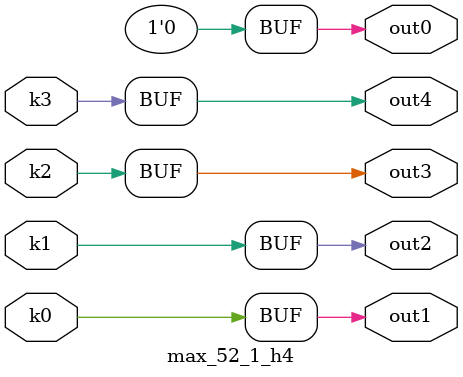
<source format=v>
module max_52_1(pi00, pi01, pi02, pi03, pi04, pi05, pi06, pi07, pi08, pi09, pi10, pi11, po0, po1, po2, po3, po4);
input pi00, pi01, pi02, pi03, pi04, pi05, pi06, pi07, pi08, pi09, pi10, pi11;
output po0, po1, po2, po3, po4;
wire k0, k1, k2, k3;
max_52_1_w4 DUT1 (pi00, pi01, pi02, pi03, pi04, pi05, pi06, pi07, pi08, pi09, pi10, pi11, k0, k1, k2, k3);
max_52_1_h4 DUT2 (k0, k1, k2, k3, po0, po1, po2, po3, po4);
endmodule

module max_52_1_w4(in11, in10, in9, in8, in7, in6, in5, in4, in3, in2, in1, in0, k3, k2, k1, k0);
input in11, in10, in9, in8, in7, in6, in5, in4, in3, in2, in1, in0;
output k3, k2, k1, k0;
assign k0 =   in5 ? in0 : in6;
assign k1 =   in5 ? in1 : in7;
assign k2 =   in5 ? in2 : in8;
assign k3 =   ((~in6 | in0) & (((~in7 | in1) & ((~in9 & (~in8 | in2) & (~in11 | in3) & (~in10 | in4)) | (~in8 & in2 & (~in11 | in3)))) | (~in7 & in1 & (~in11 | in3)))) | (~in11 & (in3 | (~in6 & in0))) | (~in6 & in0 & in3);
endmodule

module max_52_1_h4(k3, k2, k1, k0, out4, out3, out2, out1, out0);
input k3, k2, k1, k0;
output out4, out3, out2, out1, out0;
assign out0 = 0;
assign out1 = k0;
assign out2 = k1;
assign out3 = k2;
assign out4 = k3;
endmodule

</source>
